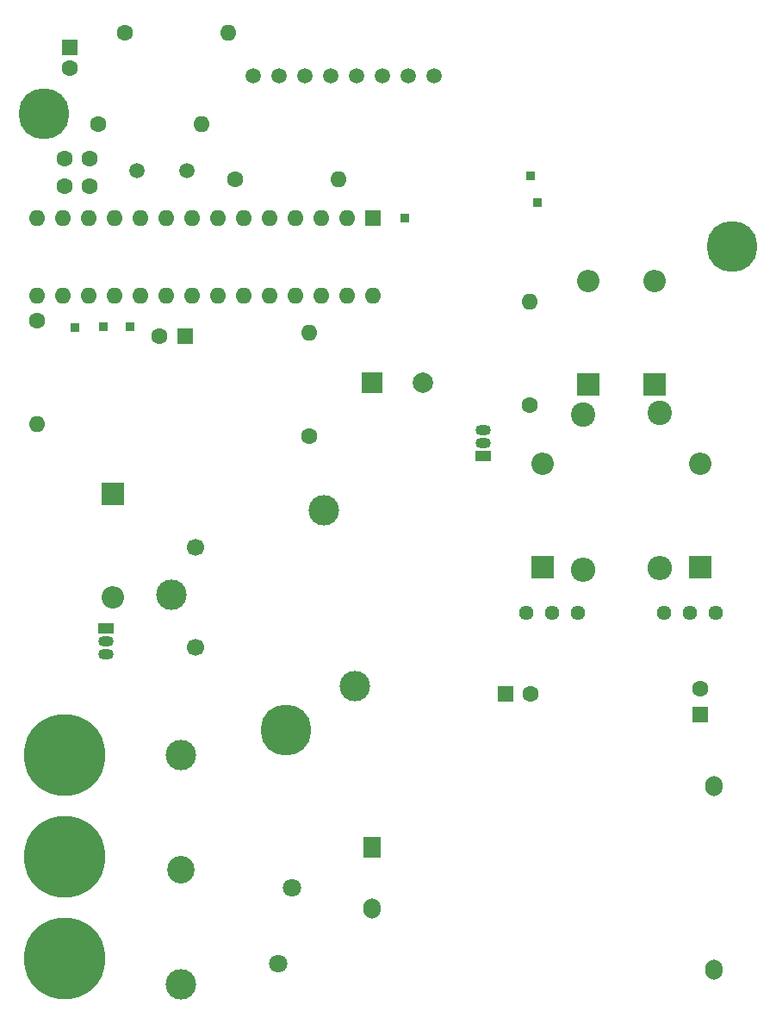
<source format=gbr>
%TF.GenerationSoftware,KiCad,Pcbnew,8.0.5*%
%TF.CreationDate,2024-10-29T06:52:38-03:00*%
%TF.ProjectId,WattSync,57617474-5379-46e6-932e-6b696361645f,rev?*%
%TF.SameCoordinates,Original*%
%TF.FileFunction,Soldermask,Bot*%
%TF.FilePolarity,Negative*%
%FSLAX46Y46*%
G04 Gerber Fmt 4.6, Leading zero omitted, Abs format (unit mm)*
G04 Created by KiCad (PCBNEW 8.0.5) date 2024-10-29 06:52:38*
%MOMM*%
%LPD*%
G01*
G04 APERTURE LIST*
%ADD10C,1.500000*%
%ADD11R,1.600000X1.600000*%
%ADD12C,1.600000*%
%ADD13R,0.850000X0.850000*%
%ADD14R,1.500000X1.050000*%
%ADD15O,1.500000X1.050000*%
%ADD16O,1.600000X1.600000*%
%ADD17R,2.200000X2.200000*%
%ADD18O,2.200000X2.200000*%
%ADD19C,2.400000*%
%ADD20O,2.400000X2.400000*%
%ADD21C,3.000000*%
%ADD22C,1.700000*%
%ADD23C,1.440000*%
%ADD24R,2.000000X2.000000*%
%ADD25C,2.000000*%
%ADD26C,5.000000*%
%ADD27R,1.700000X2.000000*%
%ADD28O,1.700000X2.000000*%
%ADD29C,8.000000*%
%ADD30C,1.800000*%
%ADD31C,2.700000*%
G04 APERTURE END LIST*
D10*
%TO.C,Y1*%
X83840000Y-52150000D03*
X78960000Y-52150000D03*
%TD*%
D11*
%TO.C,C5*%
X134300000Y-105560000D03*
D12*
X134300000Y-103060000D03*
%TD*%
D13*
%TO.C,RESET1*%
X105290000Y-56790000D03*
%TD*%
D14*
%TO.C,Q2*%
X75860000Y-97100000D03*
D15*
X75860000Y-98370000D03*
X75860000Y-99640000D03*
%TD*%
D13*
%TO.C,17.1*%
X72860000Y-67510000D03*
%TD*%
D12*
%TO.C,R6*%
X117560000Y-75150000D03*
D16*
X117560000Y-64990000D03*
%TD*%
D17*
%TO.C,D2*%
X134300000Y-91060000D03*
D18*
X134300000Y-80900000D03*
%TD*%
D17*
%TO.C,D1*%
X118800000Y-91060000D03*
D18*
X118800000Y-80900000D03*
%TD*%
D12*
%TO.C,R5*%
X77720000Y-38560000D03*
D16*
X87880000Y-38560000D03*
%TD*%
D13*
%TO.C,D-1*%
X117650000Y-52680000D03*
%TD*%
D12*
%TO.C,R8*%
X69100000Y-66850000D03*
D16*
X69100000Y-77010000D03*
%TD*%
D19*
%TO.C,R3*%
X130300000Y-75940000D03*
D20*
X130300000Y-91180000D03*
%TD*%
D12*
%TO.C,R1*%
X88590000Y-53000000D03*
D16*
X98750000Y-53000000D03*
%TD*%
D17*
%TO.C,D3*%
X123300000Y-73140000D03*
D18*
X123300000Y-62980000D03*
%TD*%
D21*
%TO.C,K1*%
X82360000Y-93830000D03*
X100390000Y-102760000D03*
X97300000Y-85510000D03*
D22*
X84710000Y-89120000D03*
X84710000Y-98990000D03*
%TD*%
D11*
%TO.C,U3*%
X102130000Y-56800000D03*
D16*
X99590000Y-56800000D03*
X97050000Y-56800000D03*
X94510000Y-56800000D03*
X91970000Y-56800000D03*
X89430000Y-56800000D03*
X86890000Y-56800000D03*
X84350000Y-56800000D03*
X81810000Y-56800000D03*
X79270000Y-56800000D03*
X76730000Y-56800000D03*
X74190000Y-56800000D03*
X71650000Y-56800000D03*
X69110000Y-56800000D03*
X69110000Y-64420000D03*
X71650000Y-64420000D03*
X74190000Y-64420000D03*
X76730000Y-64420000D03*
X79270000Y-64420000D03*
X81810000Y-64420000D03*
X84350000Y-64420000D03*
X86890000Y-64420000D03*
X89430000Y-64420000D03*
X91970000Y-64420000D03*
X94510000Y-64420000D03*
X97050000Y-64420000D03*
X99590000Y-64420000D03*
X102130000Y-64420000D03*
%TD*%
D23*
%TO.C,RV3*%
X117220000Y-95560000D03*
X119760000Y-95560000D03*
X122300000Y-95560000D03*
%TD*%
D11*
%TO.C,C6*%
X72300000Y-40060000D03*
D12*
X72300000Y-42060000D03*
%TD*%
D14*
%TO.C,Q1*%
X112940000Y-80190000D03*
D15*
X112940000Y-78920000D03*
X112940000Y-77650000D03*
%TD*%
D12*
%TO.C,C2*%
X74310000Y-53630000D03*
X71810000Y-53630000D03*
%TD*%
%TO.C,C1*%
X74310000Y-50980000D03*
X71810000Y-50980000D03*
%TD*%
D24*
%TO.C,BZ1*%
X102039216Y-72960000D03*
D25*
X107039216Y-72960000D03*
%TD*%
D12*
%TO.C,R2*%
X75130000Y-47560000D03*
D16*
X85290000Y-47560000D03*
%TD*%
D12*
%TO.C,R7*%
X95900000Y-78240000D03*
D16*
X95900000Y-68080000D03*
%TD*%
D17*
%TO.C,D4*%
X129800000Y-73140000D03*
D18*
X129800000Y-62980000D03*
%TD*%
D26*
%TO.C,*%
X69800000Y-46560000D03*
%TD*%
D11*
%TO.C,C4*%
X115147349Y-103560000D03*
D12*
X117647349Y-103560000D03*
%TD*%
D13*
%TO.C,19.1*%
X78260000Y-67430000D03*
%TD*%
D19*
%TO.C,R4*%
X122800000Y-76060000D03*
D20*
X122800000Y-91300000D03*
%TD*%
D27*
%TO.C,PS1*%
X102042500Y-118602500D03*
D28*
X102042500Y-124602500D03*
X135642500Y-112602500D03*
X135642500Y-130602500D03*
%TD*%
D26*
%TO.C,*%
X137440000Y-59590000D03*
%TD*%
D17*
%TO.C,D5*%
X76610000Y-83910000D03*
D18*
X76610000Y-94070000D03*
%TD*%
D13*
%TO.C,18.1*%
X75650000Y-67470000D03*
%TD*%
D26*
%TO.C,*%
X93560000Y-107100000D03*
%TD*%
D23*
%TO.C,RV2*%
X130760000Y-95560000D03*
X133300000Y-95560000D03*
X135840000Y-95560000D03*
%TD*%
D29*
%TO.C,J1*%
X71800000Y-129560000D03*
X71800000Y-119560000D03*
X71800000Y-109560000D03*
%TD*%
D11*
%TO.C,C3*%
X83665113Y-68410000D03*
D12*
X81165113Y-68410000D03*
%TD*%
D30*
%TO.C,RV1*%
X92800000Y-130060000D03*
X94200000Y-122560000D03*
%TD*%
D31*
%TO.C,F1*%
X83300000Y-120810000D03*
D21*
X83300000Y-109560000D03*
X83300000Y-132060000D03*
%TD*%
D26*
%TO.C,*%
X137440000Y-59590000D03*
%TD*%
D13*
%TO.C,D+1*%
X118330000Y-55310000D03*
%TD*%
D10*
%TO.C,U5*%
X108160000Y-42850000D03*
X105620000Y-42850000D03*
X103080000Y-42850000D03*
X100540000Y-42850000D03*
X98000000Y-42850000D03*
X95460000Y-42850000D03*
X92920000Y-42850000D03*
X90380000Y-42850000D03*
%TD*%
M02*

</source>
